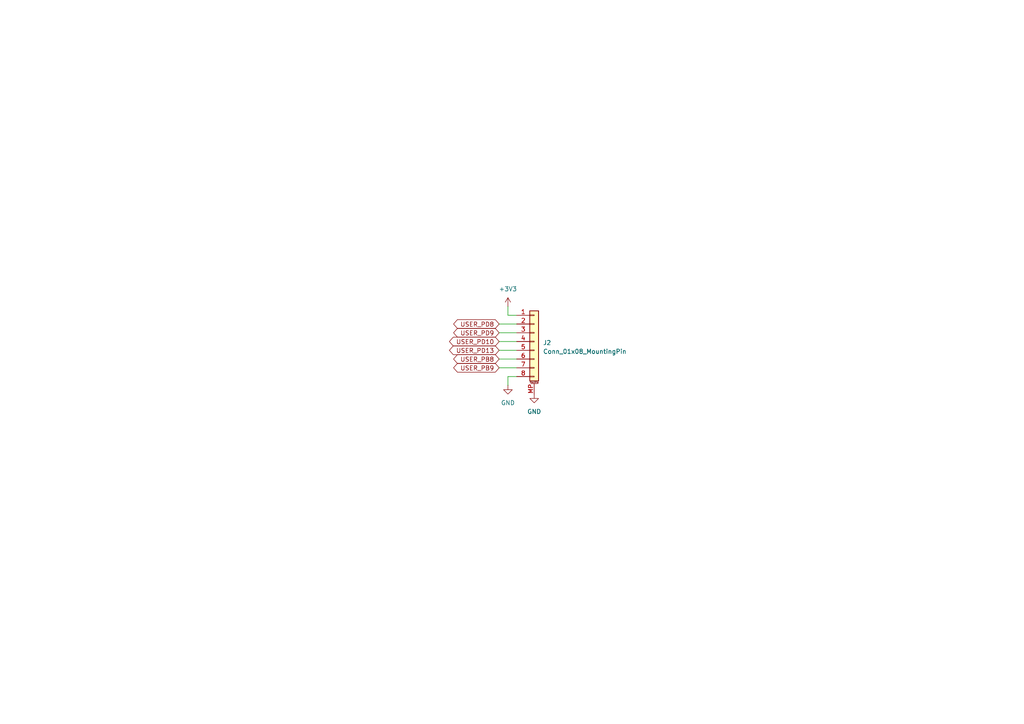
<source format=kicad_sch>
(kicad_sch (version 20231120) (generator "eeschema") (generator_version "8.0")
  (paper "A4")
  (title_block (title "Glider") (date "2025-04-18") (rev "R0.13") (company "Copyright 2025 Wenting Zhang"))
  (lib_symbols
    (symbol "Connector_Generic_MountingPin:Conn_01x08_MountingPin" (pin_names (offset 1.016) hide)
      (property "Reference" "J" (at 0 10.16 0))
      (property "Value" "Conn_01x08_MountingPin" (at 1.27 -12.7 0))
      (symbol "Conn_01x08_MountingPin_1_1"
        (rectangle (start -1.27 -10.033) (end 0 -10.287) (stroke (width 0.1524)))
        (rectangle (start -1.27 -7.493) (end 0 -7.747) (stroke (width 0.1524)))
        (rectangle (start -1.27 -4.953) (end 0 -5.207) (stroke (width 0.1524)))
        (rectangle (start -1.27 -2.413) (end 0 -2.667) (stroke (width 0.1524)))
        (rectangle (start -1.27 0.127) (end 0 -0.127) (stroke (width 0.1524)))
        (rectangle (start -1.27 2.667) (end 0 2.413) (stroke (width 0.1524)))
        (rectangle (start -1.27 5.207) (end 0 4.953) (stroke (width 0.1524)))
        (rectangle (start -1.27 7.747) (end 0 7.493) (stroke (width 0.1524)))
        (rectangle (start -1.27 8.89) (end 1.27 -11.43) (stroke (width 0.254)) (fill (type background)))
        (polyline (pts (xy -1.016 -12.192) (xy 1.016 -12.192)) (stroke (width 0.1524)))
        (text "Mounting" (at 0 -11.811 0) (effects (font (size 0.381 0.381))))
        (pin passive line (at -5.08 7.62 0) (length 3.81) (name "Pin_1") (number "1"))
        (pin passive line (at -5.08 5.08 0) (length 3.81) (name "Pin_2") (number "2"))
        (pin passive line (at -5.08 2.54 0) (length 3.81) (name "Pin_3") (number "3"))
        (pin passive line (at -5.08 0 0) (length 3.81) (name "Pin_4") (number "4"))
        (pin passive line (at -5.08 -2.54 0) (length 3.81) (name "Pin_5") (number "5"))
        (pin passive line (at -5.08 -5.08 0) (length 3.81) (name "Pin_6") (number "6"))
        (pin passive line (at -5.08 -7.62 0) (length 3.81) (name "Pin_7") (number "7"))
        (pin passive line (at -5.08 -10.16 0) (length 3.81) (name "Pin_8") (number "8"))
        (pin passive line (at 0 -15.24 90) (length 3.048) (name "MountPin") (number "MP"))
      )
    )
    (symbol "power:GND" (power) (pin_numbers hide) (pin_names (offset 0) hide)
      (property "Value" "GND" (at 0 -3.81 0))
      (symbol "GND_0_1"
        (polyline (pts (xy 0 0) (xy 0 -1.27) (xy 1.27 -1.27) (xy 0 -2.54) (xy -1.27 -1.27) (xy 0 -1.27)))
      )
      (symbol "GND_1_1"
        (pin power_in line (at 0 0 270) (length 0) (name "~") (number "1"))
      )
    )
    (symbol "symbols:+V" (power) (pin_names (offset 0))
      (property "Value" "+V" (at 0 3.556 0))
      (symbol "+V_0_1"
        (polyline (pts (xy -0.762 1.27) (xy 0 2.54)))
        (polyline (pts (xy 0 0) (xy 0 2.54)))
        (polyline (pts (xy 0 2.54) (xy 0.762 1.27)))
      )
      (symbol "+V_1_1"
        (pin power_in line (at 0 0 90) (length 0) hide (name "~") (number "1"))
      )
    )
  )
  (wire (pts (xy 144.78 104.14) (xy 149.86 104.14)))
  (wire (pts (xy 147.32 111.76) (xy 147.32 109.22)))
  (wire (pts (xy 144.78 101.6) (xy 149.86 101.6)))
  (wire (pts (xy 144.78 106.68) (xy 149.86 106.68)))
  (wire (pts (xy 147.32 109.22) (xy 149.86 109.22)))
  (wire (pts (xy 144.78 93.98) (xy 149.86 93.98)))
  (wire (pts (xy 149.86 91.44) (xy 147.32 91.44)))
  (wire (pts (xy 144.78 99.06) (xy 149.86 99.06)))
  (wire (pts (xy 144.78 96.52) (xy 149.86 96.52)))
  (wire (pts (xy 147.32 91.44) (xy 147.32 88.9)))
  (global_label "USER_PD10" (shape bidirectional) (at 144.78 99.06 180) (property "Intersheetrefs" "${INTERSHEET_REFS}" (effects (hide yes))))
  (global_label "USER_PD9" (shape bidirectional) (at 144.78 96.52 180) (property "Intersheetrefs" "${INTERSHEET_REFS}" (effects (hide yes))))
  (global_label "USER_PB9" (shape bidirectional) (at 144.78 106.68 180) (property "Intersheetrefs" "${INTERSHEET_REFS}" (effects (hide yes))))
  (global_label "USER_PD8" (shape bidirectional) (at 144.78 93.98 180) (property "Intersheetrefs" "${INTERSHEET_REFS}" (effects (hide yes))))
  (global_label "USER_PB8" (shape bidirectional) (at 144.78 104.14 180) (property "Intersheetrefs" "${INTERSHEET_REFS}" (effects (hide yes))))
  (global_label "USER_PD13" (shape bidirectional) (at 144.78 101.6 180) (property "Intersheetrefs" "${INTERSHEET_REFS}" (effects (hide yes))))
  (symbol (lib_id "power:GND") (at 154.94 114.3 0) (unit 1)
    (property "Reference" "#PWR0214" (effects (hide yes)))
    (property "Value" "GND" (at 154.94 119.38 0))
    (property "Description" "Power symbol creates a global label with name \"GND\" , ground" (effects (hide yes)))
  )
  (symbol (lib_id "Connector_Generic_MountingPin:Conn_01x08_MountingPin") (at 154.94 99.06 0) (unit 1)
    (property "Reference" "J2" (at 157.48 99.4155 0) (effects (justify left)))
    (property "Value" "Conn_01x08_MountingPin" (at 157.48 101.9555 0) (effects (justify left)))
    (property "Footprint" "footprints:8P_2.54" (effects (hide yes)))
    (property "Description" "Generic connectable mounting pin connector, single row, 01x08, script generated (kicad-library-utils/schlib/autogen/connector/)" (effects (hide yes)))
  )
  (symbol (lib_id "power:GND") (at 147.32 111.76 0) (unit 1)
    (property "Reference" "#PWR0206" (effects (hide yes)))
    (property "Value" "GND" (at 147.32 116.84 0))
    (property "Description" "Power symbol creates a global label with name \"GND\" , ground" (effects (hide yes)))
  )
  (symbol (lib_id "symbols:+V") (at 147.32 88.9 0) (unit 1)
    (property "Reference" "#PWR0197" (effects (hide yes)))
    (property "Value" "+3V3" (at 147.32 83.82 0))
  )
)
</source>
